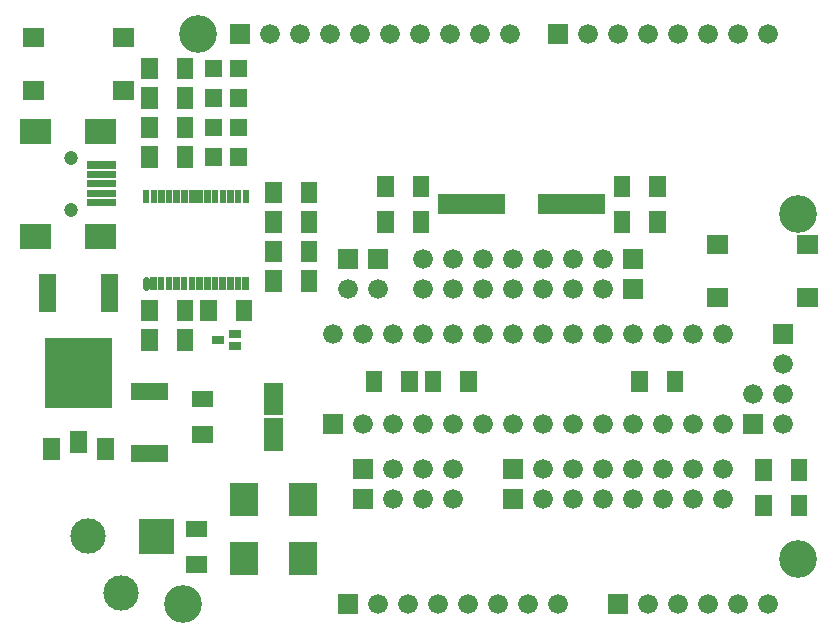
<source format=gts>
G04 start of page 11 for group -4063 idx -4063 *
G04 Title: AJ.001.00.01.01, componentmask *
G04 Creator: pcb 4.1.2 *
G04 CreationDate: Fri Sep  7 21:25:06 2018 UTC *
G04 For: bert *
G04 Format: Gerber/RS-274X *
G04 PCB-Dimensions (mil): 3200.00 2500.00 *
G04 PCB-Coordinate-Origin: lower left *
%MOIN*%
%FSLAX25Y25*%
%LNGTS*%
%ADD95C,0.0220*%
%ADD94C,0.1181*%
%ADD93C,0.0472*%
%ADD92C,0.0660*%
%ADD91C,0.0001*%
%ADD90C,0.1260*%
G54D90*X295000Y170000D03*
Y55000D03*
G54D91*G36*
X286700Y133300D02*Y126700D01*
X293300D01*
Y133300D01*
X286700D01*
G37*
G54D92*X290000Y120000D03*
Y110000D03*
Y100000D03*
G54D91*G36*
X236700Y158300D02*Y151700D01*
X243300D01*
Y158300D01*
X236700D01*
G37*
G54D92*X240000Y75000D03*
X250000D03*
X260000D03*
X270000D03*
G54D91*G36*
X276700Y103300D02*Y96700D01*
X283300D01*
Y103300D01*
X276700D01*
G37*
G54D92*X280000Y110000D03*
X165000Y40000D03*
X175000D03*
X185000D03*
X195000D03*
X205000D03*
X215000D03*
G54D91*G36*
X231700Y43300D02*Y36700D01*
X238300D01*
Y43300D01*
X231700D01*
G37*
G54D92*X245000Y40000D03*
X255000D03*
X265000D03*
X275000D03*
X285000D03*
G54D91*G36*
X211700Y233300D02*Y226700D01*
X218300D01*
Y233300D01*
X211700D01*
G37*
G54D92*X225000Y230000D03*
X235000D03*
X245000D03*
X255000D03*
X265000D03*
X275000D03*
X285000D03*
X230000Y145000D03*
X220000D03*
X210000D03*
X200000D03*
X190000D03*
X220000Y155000D03*
X210000D03*
X200000D03*
X190000D03*
G54D91*G36*
X196700Y88300D02*Y81700D01*
X203300D01*
Y88300D01*
X196700D01*
G37*
G54D92*X210000Y85000D03*
X190000Y100000D03*
X200000D03*
X210000D03*
X220000Y85000D03*
Y100000D03*
G54D91*G36*
X236700Y148300D02*Y141700D01*
X243300D01*
Y148300D01*
X236700D01*
G37*
G54D92*X240000Y130000D03*
X230000D03*
X220000D03*
X210000D03*
Y75000D03*
X220000D03*
X200000Y130000D03*
X190000D03*
X170000D03*
X180000Y155000D03*
X170000D03*
Y75000D03*
X180000D03*
G54D91*G36*
X196700Y78300D02*Y71700D01*
X203300D01*
Y78300D01*
X196700D01*
G37*
G54D92*X270000Y130000D03*
X260000D03*
X250000D03*
X230000Y85000D03*
Y100000D03*
X240000D03*
X230000Y75000D03*
X240000Y85000D03*
X250000D03*
X260000D03*
X270000D03*
X230000Y155000D03*
X250000Y100000D03*
X260000D03*
X270000D03*
G54D90*X90000Y40000D03*
X95000Y230000D03*
G54D91*G36*
X75138Y68406D02*Y56594D01*
X86949D01*
Y68406D01*
X75138D01*
G37*
G36*
X105700Y233300D02*Y226700D01*
X112300D01*
Y233300D01*
X105700D01*
G37*
G54D92*X119000Y230000D03*
X129000D03*
X139000D03*
X149000D03*
X159000D03*
X169000D03*
X179000D03*
X189000D03*
X199000D03*
G54D93*X52500Y188661D03*
Y171339D03*
G54D91*G36*
X141700Y43300D02*Y36700D01*
X148300D01*
Y43300D01*
X141700D01*
G37*
G54D92*X155000Y40000D03*
G54D94*X58209Y62500D03*
X69232Y43602D03*
G54D91*G36*
X146700Y88300D02*Y81700D01*
X153300D01*
Y88300D01*
X146700D01*
G37*
G36*
X136700Y103300D02*Y96700D01*
X143300D01*
Y103300D01*
X136700D01*
G37*
G54D92*X150000Y100000D03*
G54D91*G36*
X146700Y78300D02*Y71700D01*
X153300D01*
Y78300D01*
X146700D01*
G37*
G54D92*X160000Y85000D03*
Y100000D03*
Y75000D03*
X170000Y85000D03*
X180000D03*
X170000Y100000D03*
X180000D03*
Y145000D03*
X170000D03*
X180000Y130000D03*
X160000D03*
X150000D03*
X140000D03*
G54D91*G36*
X141700Y158300D02*Y151700D01*
X148300D01*
Y158300D01*
X141700D01*
G37*
G54D92*X145000Y145000D03*
G54D91*G36*
X151700Y158300D02*Y151700D01*
X158300D01*
Y158300D01*
X151700D01*
G37*
G54D92*X155000Y145000D03*
G54D91*G36*
X174803Y176575D02*Y169882D01*
X197244D01*
Y176575D01*
X174803D01*
G37*
G36*
X208268D02*Y169882D01*
X230709D01*
Y176575D01*
X208268D01*
G37*
G36*
X160236Y170866D02*X154724D01*
Y163780D01*
X160236D01*
Y170866D01*
G37*
G36*
X134646Y161024D02*X129134D01*
Y153937D01*
X134646D01*
Y161024D01*
G37*
G36*
X122835D02*X117323D01*
Y153937D01*
X122835D01*
Y161024D01*
G37*
G36*
X172047Y170866D02*X166535D01*
Y163780D01*
X172047D01*
Y170866D01*
G37*
G36*
Y182677D02*X166535D01*
Y175591D01*
X172047D01*
Y182677D01*
G37*
G36*
X160236D02*X154724D01*
Y175591D01*
X160236D01*
Y182677D01*
G37*
G36*
X244882Y117717D02*X239370D01*
Y110630D01*
X244882D01*
Y117717D01*
G37*
G36*
X256693D02*X251181D01*
Y110630D01*
X256693D01*
Y117717D01*
G37*
G36*
X175984D02*X170472D01*
Y110630D01*
X175984D01*
Y117717D01*
G37*
G36*
X187795D02*X182283D01*
Y110630D01*
X187795D01*
Y117717D01*
G37*
G36*
X122835Y151181D02*X117323D01*
Y144094D01*
X122835D01*
Y151181D01*
G37*
G36*
X134646D02*X129134D01*
Y144094D01*
X134646D01*
Y151181D01*
G37*
G36*
X123153Y101894D02*X117004D01*
Y91020D01*
X123153D01*
Y101894D01*
G37*
G36*
X134646Y80315D02*X125197D01*
Y69291D01*
X134646D01*
Y80315D01*
G37*
G36*
X114961D02*X105512D01*
Y69291D01*
X114961D01*
Y80315D01*
G37*
G36*
Y60630D02*X105512D01*
Y49606D01*
X114961D01*
Y60630D01*
G37*
G36*
X134646D02*X125197D01*
Y49606D01*
X134646D01*
Y60630D01*
G37*
G36*
X90945Y55906D02*Y50394D01*
X98031D01*
Y55906D01*
X90945D01*
G37*
G36*
Y67717D02*Y62205D01*
X98031D01*
Y67717D01*
X90945D01*
G37*
G36*
X168110Y117717D02*X162598D01*
Y110630D01*
X168110D01*
Y117717D01*
G37*
G36*
X156299D02*X150787D01*
Y110630D01*
X156299D01*
Y117717D01*
G37*
G36*
X92913Y111024D02*Y105512D01*
X100000D01*
Y111024D01*
X92913D01*
G37*
G36*
Y99213D02*Y93701D01*
X100000D01*
Y99213D01*
X92913D01*
G37*
G36*
X264496Y163008D02*Y156709D01*
X271583D01*
Y163008D01*
X264496D01*
G37*
G36*
X294417D02*Y156709D01*
X301504D01*
Y163008D01*
X294417D01*
G37*
G36*
X264496Y145291D02*Y138992D01*
X271583D01*
Y145291D01*
X264496D01*
G37*
G36*
X294417D02*Y138992D01*
X301504D01*
Y145291D01*
X294417D01*
G37*
G36*
X250787Y170866D02*X245276D01*
Y163780D01*
X250787D01*
Y170866D01*
G37*
G36*
X238976D02*X233465D01*
Y163780D01*
X238976D01*
Y170866D01*
G37*
G36*
Y182677D02*X233465D01*
Y175591D01*
X238976D01*
Y182677D01*
G37*
G36*
X250787D02*X245276D01*
Y175591D01*
X250787D01*
Y182677D01*
G37*
G36*
X286220Y88189D02*X280709D01*
Y81102D01*
X286220D01*
Y88189D01*
G37*
G36*
X298031D02*X292520D01*
Y81102D01*
X298031D01*
Y88189D01*
G37*
G36*
X286220Y76378D02*X280709D01*
Y69291D01*
X286220D01*
Y76378D01*
G37*
G36*
X298031D02*X292520D01*
Y69291D01*
X298031D01*
Y76378D01*
G37*
G36*
X99534Y129403D02*Y126503D01*
X103419D01*
Y129403D01*
X99534D01*
G37*
G36*
X105243Y131371D02*Y128471D01*
X109127D01*
Y131371D01*
X105243D01*
G37*
G36*
Y127434D02*Y124534D01*
X109127D01*
Y127434D01*
X105243D01*
G37*
G54D95*X77500Y147826D02*Y145626D01*
G54D91*G36*
X81200Y148926D02*X79000D01*
Y144526D01*
X81200D01*
Y148926D01*
G37*
G36*
X83700D02*X81500D01*
Y144526D01*
X83700D01*
Y148926D01*
G37*
G36*
X86300D02*X84100D01*
Y144526D01*
X86300D01*
Y148926D01*
G37*
G36*
X88900D02*X86700D01*
Y144526D01*
X88900D01*
Y148926D01*
G37*
G36*
X91400D02*X89200D01*
Y144526D01*
X91400D01*
Y148926D01*
G37*
G36*
X94000D02*X91800D01*
Y144526D01*
X94000D01*
Y148926D01*
G37*
G36*
X96500D02*X94300D01*
Y144526D01*
X96500D01*
Y148926D01*
G37*
G36*
X99100D02*X96900D01*
Y144526D01*
X99100D01*
Y148926D01*
G37*
G36*
X101181Y141339D02*X95669D01*
Y134252D01*
X101181D01*
Y141339D01*
G37*
G36*
X93307D02*X87795D01*
Y134252D01*
X93307D01*
Y141339D01*
G37*
G36*
Y131496D02*X87795D01*
Y124409D01*
X93307D01*
Y131496D01*
G37*
G36*
X58012Y187480D02*Y185118D01*
X67461D01*
Y187480D01*
X58012D01*
G37*
G36*
Y184331D02*Y181969D01*
X67461D01*
Y184331D01*
X58012D01*
G37*
G36*
Y181181D02*Y178819D01*
X67461D01*
Y181181D01*
X58012D01*
G37*
G36*
Y178031D02*Y175669D01*
X67461D01*
Y178031D01*
X58012D01*
G37*
G36*
X81496Y192520D02*X75984D01*
Y185433D01*
X81496D01*
Y192520D01*
G37*
G36*
X93307D02*X87795D01*
Y185433D01*
X93307D01*
Y192520D01*
G37*
G36*
X58012Y174882D02*Y172520D01*
X67461D01*
Y174882D01*
X58012D01*
G37*
G36*
X57224Y166614D02*Y158346D01*
X67461D01*
Y166614D01*
X57224D01*
G37*
G36*
X35571D02*Y158346D01*
X45807D01*
Y166614D01*
X35571D01*
G37*
G36*
X101700Y148926D02*X99500D01*
Y144526D01*
X101700D01*
Y148926D01*
G37*
G36*
X104200D02*X102000D01*
Y144526D01*
X104200D01*
Y148926D01*
G37*
G36*
X106800D02*X104600D01*
Y144526D01*
X106800D01*
Y148926D01*
G37*
G36*
X109300D02*X107100D01*
Y144526D01*
X109300D01*
Y148926D01*
G37*
G36*
X111900D02*X109700D01*
Y144526D01*
X111900D01*
Y148926D01*
G37*
G36*
X112992Y141339D02*X107480D01*
Y134252D01*
X112992D01*
Y141339D01*
G37*
G36*
X123153Y113705D02*X117004D01*
Y102831D01*
X123153D01*
Y113705D01*
G37*
G36*
X122835Y170866D02*X117323D01*
Y163780D01*
X122835D01*
Y170866D01*
G37*
G36*
X134646D02*X129134D01*
Y163780D01*
X134646D01*
Y170866D01*
G37*
G36*
X122835Y180709D02*X117323D01*
Y173622D01*
X122835D01*
Y180709D01*
G37*
G36*
X134646D02*X129134D01*
Y173622D01*
X134646D01*
Y180709D01*
G37*
G36*
X97333Y201681D02*Y195956D01*
X103058D01*
Y201681D01*
X97333D01*
G37*
G36*
Y211524D02*Y205799D01*
X103058D01*
Y211524D01*
X97333D01*
G37*
G36*
Y221366D02*Y215641D01*
X103058D01*
Y221366D01*
X97333D01*
G37*
G36*
X105603Y201681D02*Y195956D01*
X111328D01*
Y201681D01*
X105603D01*
G37*
G36*
Y211524D02*Y205799D01*
X111328D01*
Y211524D01*
X105603D01*
G37*
G36*
Y221366D02*Y215641D01*
X111328D01*
Y221366D01*
X105603D01*
G37*
G36*
X97333Y191839D02*Y186114D01*
X103058D01*
Y191839D01*
X97333D01*
G37*
G36*
X105603D02*Y186114D01*
X111328D01*
Y191839D01*
X105603D01*
G37*
G36*
X112000Y178026D02*X109800D01*
Y173626D01*
X112000D01*
Y178026D01*
G37*
G36*
X109400D02*X107200D01*
Y173626D01*
X109400D01*
Y178026D01*
G37*
G36*
X106900D02*X104700D01*
Y173626D01*
X106900D01*
Y178026D01*
G37*
G36*
X104300D02*X102100D01*
Y173626D01*
X104300D01*
Y178026D01*
G37*
G36*
X101700D02*X99500D01*
Y173626D01*
X101700D01*
Y178026D01*
G37*
G36*
X99200D02*X97000D01*
Y173626D01*
X99200D01*
Y178026D01*
G37*
G36*
X96600D02*X94400D01*
Y173626D01*
X96600D01*
Y178026D01*
G37*
G36*
X94100D02*X91900D01*
Y173626D01*
X94100D01*
Y178026D01*
G37*
G36*
X91500D02*X89300D01*
Y173626D01*
X91500D01*
Y178026D01*
G37*
G36*
X88900D02*X86700D01*
Y173626D01*
X88900D01*
Y178026D01*
G37*
G36*
X86400D02*X84200D01*
Y173626D01*
X86400D01*
Y178026D01*
G37*
G36*
X83800D02*X81600D01*
Y173626D01*
X83800D01*
Y178026D01*
G37*
G36*
X81300D02*X79100D01*
Y173626D01*
X81300D01*
Y178026D01*
G37*
G36*
X78700D02*X76500D01*
Y173626D01*
X78700D01*
Y178026D01*
G37*
G36*
X68307Y150000D02*X62598D01*
Y137402D01*
X68307D01*
Y150000D01*
G37*
G36*
X47638D02*X41929D01*
Y137402D01*
X47638D01*
Y150000D01*
G37*
G36*
X66339Y128622D02*X43898D01*
Y105394D01*
X66339D01*
Y128622D01*
G37*
G36*
X72441Y113583D02*Y107874D01*
X85039D01*
Y113583D01*
X72441D01*
G37*
G36*
Y92913D02*Y87205D01*
X85039D01*
Y92913D01*
X72441D01*
G37*
G36*
X81496Y141339D02*X75984D01*
Y134252D01*
X81496D01*
Y141339D01*
G37*
G36*
Y131496D02*X75984D01*
Y124409D01*
X81496D01*
Y131496D01*
G37*
G36*
X49075Y95394D02*X43169D01*
Y87913D01*
X49075D01*
Y95394D01*
G37*
G36*
X58071Y97677D02*X52165D01*
Y90197D01*
X58071D01*
Y97677D01*
G37*
G36*
X67067Y95394D02*X61161D01*
Y87913D01*
X67067D01*
Y95394D01*
G37*
G36*
X57224Y201654D02*Y193386D01*
X67461D01*
Y201654D01*
X57224D01*
G37*
G36*
X35571D02*Y193386D01*
X45807D01*
Y201654D01*
X35571D01*
G37*
G36*
X36496Y214291D02*Y207992D01*
X43583D01*
Y214291D01*
X36496D01*
G37*
G36*
Y232008D02*Y225709D01*
X43583D01*
Y232008D01*
X36496D01*
G37*
G36*
X66417D02*Y225709D01*
X73504D01*
Y232008D01*
X66417D01*
G37*
G36*
Y214291D02*Y207992D01*
X73504D01*
Y214291D01*
X66417D01*
G37*
G36*
X81496Y222047D02*X75984D01*
Y214961D01*
X81496D01*
Y222047D01*
G37*
G36*
Y212205D02*X75984D01*
Y205118D01*
X81496D01*
Y212205D01*
G37*
G36*
Y202362D02*X75984D01*
Y195276D01*
X81496D01*
Y202362D01*
G37*
G36*
X93307D02*X87795D01*
Y195276D01*
X93307D01*
Y202362D01*
G37*
G36*
Y222047D02*X87795D01*
Y214961D01*
X93307D01*
Y222047D01*
G37*
G36*
Y212205D02*X87795D01*
Y205118D01*
X93307D01*
Y212205D01*
G37*
M02*

</source>
